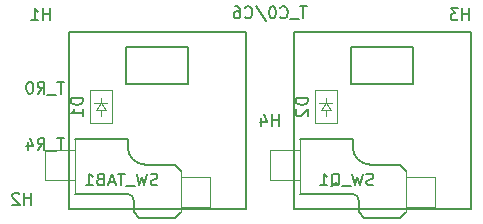
<source format=gbr>
G04 #@! TF.GenerationSoftware,KiCad,Pcbnew,8.0.5*
G04 #@! TF.CreationDate,2024-09-18T07:36:17+09:00*
G04 #@! TF.ProjectId,SandyLP_Middle_Isolated_Area,53616e64-794c-4505-9f4d-6964646c655f,v.0*
G04 #@! TF.SameCoordinates,Original*
G04 #@! TF.FileFunction,AssemblyDrawing,Bot*
%FSLAX46Y46*%
G04 Gerber Fmt 4.6, Leading zero omitted, Abs format (unit mm)*
G04 Created by KiCad (PCBNEW 8.0.5) date 2024-09-18 07:36:17*
%MOMM*%
%LPD*%
G01*
G04 APERTURE LIST*
%ADD10C,0.150000*%
%ADD11C,0.120000*%
%ADD12C,0.100000*%
G04 APERTURE END LIST*
D10*
X40132244Y-55032480D02*
X39989387Y-55080099D01*
X39989387Y-55080099D02*
X39751292Y-55080099D01*
X39751292Y-55080099D02*
X39656054Y-55032480D01*
X39656054Y-55032480D02*
X39608435Y-54984860D01*
X39608435Y-54984860D02*
X39560816Y-54889622D01*
X39560816Y-54889622D02*
X39560816Y-54794384D01*
X39560816Y-54794384D02*
X39608435Y-54699146D01*
X39608435Y-54699146D02*
X39656054Y-54651527D01*
X39656054Y-54651527D02*
X39751292Y-54603908D01*
X39751292Y-54603908D02*
X39941768Y-54556289D01*
X39941768Y-54556289D02*
X40037006Y-54508670D01*
X40037006Y-54508670D02*
X40084625Y-54461051D01*
X40084625Y-54461051D02*
X40132244Y-54365813D01*
X40132244Y-54365813D02*
X40132244Y-54270575D01*
X40132244Y-54270575D02*
X40084625Y-54175337D01*
X40084625Y-54175337D02*
X40037006Y-54127718D01*
X40037006Y-54127718D02*
X39941768Y-54080099D01*
X39941768Y-54080099D02*
X39703673Y-54080099D01*
X39703673Y-54080099D02*
X39560816Y-54127718D01*
X39227482Y-54080099D02*
X38989387Y-55080099D01*
X38989387Y-55080099D02*
X38798911Y-54365813D01*
X38798911Y-54365813D02*
X38608435Y-55080099D01*
X38608435Y-55080099D02*
X38370340Y-54080099D01*
X38227483Y-55175337D02*
X37465578Y-55175337D01*
X37370339Y-54080099D02*
X36798911Y-54080099D01*
X37084625Y-55080099D02*
X37084625Y-54080099D01*
X36513196Y-54794384D02*
X36037006Y-54794384D01*
X36608434Y-55080099D02*
X36275101Y-54080099D01*
X36275101Y-54080099D02*
X35941768Y-55080099D01*
X35275101Y-54556289D02*
X35132244Y-54603908D01*
X35132244Y-54603908D02*
X35084625Y-54651527D01*
X35084625Y-54651527D02*
X35037006Y-54746765D01*
X35037006Y-54746765D02*
X35037006Y-54889622D01*
X35037006Y-54889622D02*
X35084625Y-54984860D01*
X35084625Y-54984860D02*
X35132244Y-55032480D01*
X35132244Y-55032480D02*
X35227482Y-55080099D01*
X35227482Y-55080099D02*
X35608434Y-55080099D01*
X35608434Y-55080099D02*
X35608434Y-54080099D01*
X35608434Y-54080099D02*
X35275101Y-54080099D01*
X35275101Y-54080099D02*
X35179863Y-54127718D01*
X35179863Y-54127718D02*
X35132244Y-54175337D01*
X35132244Y-54175337D02*
X35084625Y-54270575D01*
X35084625Y-54270575D02*
X35084625Y-54365813D01*
X35084625Y-54365813D02*
X35132244Y-54461051D01*
X35132244Y-54461051D02*
X35179863Y-54508670D01*
X35179863Y-54508670D02*
X35275101Y-54556289D01*
X35275101Y-54556289D02*
X35608434Y-54556289D01*
X34084625Y-55080099D02*
X34656053Y-55080099D01*
X34370339Y-55080099D02*
X34370339Y-54080099D01*
X34370339Y-54080099D02*
X34465577Y-54222956D01*
X34465577Y-54222956D02*
X34560815Y-54318194D01*
X34560815Y-54318194D02*
X34656053Y-54365813D01*
X58396529Y-55032480D02*
X58253672Y-55080099D01*
X58253672Y-55080099D02*
X58015577Y-55080099D01*
X58015577Y-55080099D02*
X57920339Y-55032480D01*
X57920339Y-55032480D02*
X57872720Y-54984860D01*
X57872720Y-54984860D02*
X57825101Y-54889622D01*
X57825101Y-54889622D02*
X57825101Y-54794384D01*
X57825101Y-54794384D02*
X57872720Y-54699146D01*
X57872720Y-54699146D02*
X57920339Y-54651527D01*
X57920339Y-54651527D02*
X58015577Y-54603908D01*
X58015577Y-54603908D02*
X58206053Y-54556289D01*
X58206053Y-54556289D02*
X58301291Y-54508670D01*
X58301291Y-54508670D02*
X58348910Y-54461051D01*
X58348910Y-54461051D02*
X58396529Y-54365813D01*
X58396529Y-54365813D02*
X58396529Y-54270575D01*
X58396529Y-54270575D02*
X58348910Y-54175337D01*
X58348910Y-54175337D02*
X58301291Y-54127718D01*
X58301291Y-54127718D02*
X58206053Y-54080099D01*
X58206053Y-54080099D02*
X57967958Y-54080099D01*
X57967958Y-54080099D02*
X57825101Y-54127718D01*
X57491767Y-54080099D02*
X57253672Y-55080099D01*
X57253672Y-55080099D02*
X57063196Y-54365813D01*
X57063196Y-54365813D02*
X56872720Y-55080099D01*
X56872720Y-55080099D02*
X56634625Y-54080099D01*
X56491768Y-55175337D02*
X55729863Y-55175337D01*
X54825101Y-55175337D02*
X54920339Y-55127718D01*
X54920339Y-55127718D02*
X55015577Y-55032480D01*
X55015577Y-55032480D02*
X55158434Y-54889622D01*
X55158434Y-54889622D02*
X55253672Y-54842003D01*
X55253672Y-54842003D02*
X55348910Y-54842003D01*
X55301291Y-55080099D02*
X55396529Y-55032480D01*
X55396529Y-55032480D02*
X55491767Y-54937241D01*
X55491767Y-54937241D02*
X55539386Y-54746765D01*
X55539386Y-54746765D02*
X55539386Y-54413432D01*
X55539386Y-54413432D02*
X55491767Y-54222956D01*
X55491767Y-54222956D02*
X55396529Y-54127718D01*
X55396529Y-54127718D02*
X55301291Y-54080099D01*
X55301291Y-54080099D02*
X55110815Y-54080099D01*
X55110815Y-54080099D02*
X55015577Y-54127718D01*
X55015577Y-54127718D02*
X54920339Y-54222956D01*
X54920339Y-54222956D02*
X54872720Y-54413432D01*
X54872720Y-54413432D02*
X54872720Y-54746765D01*
X54872720Y-54746765D02*
X54920339Y-54937241D01*
X54920339Y-54937241D02*
X55015577Y-55032480D01*
X55015577Y-55032480D02*
X55110815Y-55080099D01*
X55110815Y-55080099D02*
X55301291Y-55080099D01*
X53920339Y-55080099D02*
X54491767Y-55080099D01*
X54206053Y-55080099D02*
X54206053Y-54080099D01*
X54206053Y-54080099D02*
X54301291Y-54222956D01*
X54301291Y-54222956D02*
X54396529Y-54318194D01*
X54396529Y-54318194D02*
X54491767Y-54365813D01*
X50395339Y-50080099D02*
X50395339Y-49080099D01*
X50395339Y-49556289D02*
X49823911Y-49556289D01*
X49823911Y-50080099D02*
X49823911Y-49080099D01*
X48919149Y-49413432D02*
X48919149Y-50080099D01*
X49157244Y-49032480D02*
X49395339Y-49746765D01*
X49395339Y-49746765D02*
X48776292Y-49746765D01*
X33800754Y-47696560D02*
X32800754Y-47696560D01*
X32800754Y-47696560D02*
X32800754Y-47934655D01*
X32800754Y-47934655D02*
X32848373Y-48077512D01*
X32848373Y-48077512D02*
X32943611Y-48172750D01*
X32943611Y-48172750D02*
X33038849Y-48220369D01*
X33038849Y-48220369D02*
X33229325Y-48267988D01*
X33229325Y-48267988D02*
X33372182Y-48267988D01*
X33372182Y-48267988D02*
X33562658Y-48220369D01*
X33562658Y-48220369D02*
X33657896Y-48172750D01*
X33657896Y-48172750D02*
X33753135Y-48077512D01*
X33753135Y-48077512D02*
X33800754Y-47934655D01*
X33800754Y-47934655D02*
X33800754Y-47696560D01*
X33800754Y-49220369D02*
X33800754Y-48648941D01*
X33800754Y-48934655D02*
X32800754Y-48934655D01*
X32800754Y-48934655D02*
X32943611Y-48839417D01*
X32943611Y-48839417D02*
X33038849Y-48744179D01*
X33038849Y-48744179D02*
X33086468Y-48648941D01*
X52776291Y-39936349D02*
X52204863Y-39936349D01*
X52490577Y-40936349D02*
X52490577Y-39936349D01*
X52109625Y-41031587D02*
X51347720Y-41031587D01*
X50538196Y-40841110D02*
X50585815Y-40888730D01*
X50585815Y-40888730D02*
X50728672Y-40936349D01*
X50728672Y-40936349D02*
X50823910Y-40936349D01*
X50823910Y-40936349D02*
X50966767Y-40888730D01*
X50966767Y-40888730D02*
X51062005Y-40793491D01*
X51062005Y-40793491D02*
X51109624Y-40698253D01*
X51109624Y-40698253D02*
X51157243Y-40507777D01*
X51157243Y-40507777D02*
X51157243Y-40364920D01*
X51157243Y-40364920D02*
X51109624Y-40174444D01*
X51109624Y-40174444D02*
X51062005Y-40079206D01*
X51062005Y-40079206D02*
X50966767Y-39983968D01*
X50966767Y-39983968D02*
X50823910Y-39936349D01*
X50823910Y-39936349D02*
X50728672Y-39936349D01*
X50728672Y-39936349D02*
X50585815Y-39983968D01*
X50585815Y-39983968D02*
X50538196Y-40031587D01*
X49919148Y-39936349D02*
X49823910Y-39936349D01*
X49823910Y-39936349D02*
X49728672Y-39983968D01*
X49728672Y-39983968D02*
X49681053Y-40031587D01*
X49681053Y-40031587D02*
X49633434Y-40126825D01*
X49633434Y-40126825D02*
X49585815Y-40317301D01*
X49585815Y-40317301D02*
X49585815Y-40555396D01*
X49585815Y-40555396D02*
X49633434Y-40745872D01*
X49633434Y-40745872D02*
X49681053Y-40841110D01*
X49681053Y-40841110D02*
X49728672Y-40888730D01*
X49728672Y-40888730D02*
X49823910Y-40936349D01*
X49823910Y-40936349D02*
X49919148Y-40936349D01*
X49919148Y-40936349D02*
X50014386Y-40888730D01*
X50014386Y-40888730D02*
X50062005Y-40841110D01*
X50062005Y-40841110D02*
X50109624Y-40745872D01*
X50109624Y-40745872D02*
X50157243Y-40555396D01*
X50157243Y-40555396D02*
X50157243Y-40317301D01*
X50157243Y-40317301D02*
X50109624Y-40126825D01*
X50109624Y-40126825D02*
X50062005Y-40031587D01*
X50062005Y-40031587D02*
X50014386Y-39983968D01*
X50014386Y-39983968D02*
X49919148Y-39936349D01*
X48442958Y-39888730D02*
X49300100Y-41174444D01*
X47538196Y-40841110D02*
X47585815Y-40888730D01*
X47585815Y-40888730D02*
X47728672Y-40936349D01*
X47728672Y-40936349D02*
X47823910Y-40936349D01*
X47823910Y-40936349D02*
X47966767Y-40888730D01*
X47966767Y-40888730D02*
X48062005Y-40793491D01*
X48062005Y-40793491D02*
X48109624Y-40698253D01*
X48109624Y-40698253D02*
X48157243Y-40507777D01*
X48157243Y-40507777D02*
X48157243Y-40364920D01*
X48157243Y-40364920D02*
X48109624Y-40174444D01*
X48109624Y-40174444D02*
X48062005Y-40079206D01*
X48062005Y-40079206D02*
X47966767Y-39983968D01*
X47966767Y-39983968D02*
X47823910Y-39936349D01*
X47823910Y-39936349D02*
X47728672Y-39936349D01*
X47728672Y-39936349D02*
X47585815Y-39983968D01*
X47585815Y-39983968D02*
X47538196Y-40031587D01*
X46681053Y-39936349D02*
X46871529Y-39936349D01*
X46871529Y-39936349D02*
X46966767Y-39983968D01*
X46966767Y-39983968D02*
X47014386Y-40031587D01*
X47014386Y-40031587D02*
X47109624Y-40174444D01*
X47109624Y-40174444D02*
X47157243Y-40364920D01*
X47157243Y-40364920D02*
X47157243Y-40745872D01*
X47157243Y-40745872D02*
X47109624Y-40841110D01*
X47109624Y-40841110D02*
X47062005Y-40888730D01*
X47062005Y-40888730D02*
X46966767Y-40936349D01*
X46966767Y-40936349D02*
X46776291Y-40936349D01*
X46776291Y-40936349D02*
X46681053Y-40888730D01*
X46681053Y-40888730D02*
X46633434Y-40841110D01*
X46633434Y-40841110D02*
X46585815Y-40745872D01*
X46585815Y-40745872D02*
X46585815Y-40507777D01*
X46585815Y-40507777D02*
X46633434Y-40412539D01*
X46633434Y-40412539D02*
X46681053Y-40364920D01*
X46681053Y-40364920D02*
X46776291Y-40317301D01*
X46776291Y-40317301D02*
X46966767Y-40317301D01*
X46966767Y-40317301D02*
X47062005Y-40364920D01*
X47062005Y-40364920D02*
X47109624Y-40412539D01*
X47109624Y-40412539D02*
X47157243Y-40507777D01*
X29420339Y-56705099D02*
X29420339Y-55705099D01*
X29420339Y-56181289D02*
X28848911Y-56181289D01*
X28848911Y-56705099D02*
X28848911Y-55705099D01*
X28420339Y-55800337D02*
X28372720Y-55752718D01*
X28372720Y-55752718D02*
X28277482Y-55705099D01*
X28277482Y-55705099D02*
X28039387Y-55705099D01*
X28039387Y-55705099D02*
X27944149Y-55752718D01*
X27944149Y-55752718D02*
X27896530Y-55800337D01*
X27896530Y-55800337D02*
X27848911Y-55895575D01*
X27848911Y-55895575D02*
X27848911Y-55990813D01*
X27848911Y-55990813D02*
X27896530Y-56133670D01*
X27896530Y-56133670D02*
X28467958Y-56705099D01*
X28467958Y-56705099D02*
X27848911Y-56705099D01*
X66520339Y-41105099D02*
X66520339Y-40105099D01*
X66520339Y-40581289D02*
X65948911Y-40581289D01*
X65948911Y-41105099D02*
X65948911Y-40105099D01*
X65567958Y-40105099D02*
X64948911Y-40105099D01*
X64948911Y-40105099D02*
X65282244Y-40486051D01*
X65282244Y-40486051D02*
X65139387Y-40486051D01*
X65139387Y-40486051D02*
X65044149Y-40533670D01*
X65044149Y-40533670D02*
X64996530Y-40581289D01*
X64996530Y-40581289D02*
X64948911Y-40676527D01*
X64948911Y-40676527D02*
X64948911Y-40914622D01*
X64948911Y-40914622D02*
X64996530Y-41009860D01*
X64996530Y-41009860D02*
X65044149Y-41057480D01*
X65044149Y-41057480D02*
X65139387Y-41105099D01*
X65139387Y-41105099D02*
X65425101Y-41105099D01*
X65425101Y-41105099D02*
X65520339Y-41057480D01*
X65520339Y-41057480D02*
X65567958Y-41009860D01*
X31020339Y-41105099D02*
X31020339Y-40105099D01*
X31020339Y-40581289D02*
X30448911Y-40581289D01*
X30448911Y-41105099D02*
X30448911Y-40105099D01*
X29448911Y-41105099D02*
X30020339Y-41105099D01*
X29734625Y-41105099D02*
X29734625Y-40105099D01*
X29734625Y-40105099D02*
X29829863Y-40247956D01*
X29829863Y-40247956D02*
X29925101Y-40343194D01*
X29925101Y-40343194D02*
X30020339Y-40390813D01*
X32226291Y-46317599D02*
X31654863Y-46317599D01*
X31940577Y-47317599D02*
X31940577Y-46317599D01*
X31559625Y-47412837D02*
X30797720Y-47412837D01*
X29988196Y-47317599D02*
X30321529Y-46841408D01*
X30559624Y-47317599D02*
X30559624Y-46317599D01*
X30559624Y-46317599D02*
X30178672Y-46317599D01*
X30178672Y-46317599D02*
X30083434Y-46365218D01*
X30083434Y-46365218D02*
X30035815Y-46412837D01*
X30035815Y-46412837D02*
X29988196Y-46508075D01*
X29988196Y-46508075D02*
X29988196Y-46650932D01*
X29988196Y-46650932D02*
X30035815Y-46746170D01*
X30035815Y-46746170D02*
X30083434Y-46793789D01*
X30083434Y-46793789D02*
X30178672Y-46841408D01*
X30178672Y-46841408D02*
X30559624Y-46841408D01*
X29369148Y-46317599D02*
X29273910Y-46317599D01*
X29273910Y-46317599D02*
X29178672Y-46365218D01*
X29178672Y-46365218D02*
X29131053Y-46412837D01*
X29131053Y-46412837D02*
X29083434Y-46508075D01*
X29083434Y-46508075D02*
X29035815Y-46698551D01*
X29035815Y-46698551D02*
X29035815Y-46936646D01*
X29035815Y-46936646D02*
X29083434Y-47127122D01*
X29083434Y-47127122D02*
X29131053Y-47222360D01*
X29131053Y-47222360D02*
X29178672Y-47269980D01*
X29178672Y-47269980D02*
X29273910Y-47317599D01*
X29273910Y-47317599D02*
X29369148Y-47317599D01*
X29369148Y-47317599D02*
X29464386Y-47269980D01*
X29464386Y-47269980D02*
X29512005Y-47222360D01*
X29512005Y-47222360D02*
X29559624Y-47127122D01*
X29559624Y-47127122D02*
X29607243Y-46936646D01*
X29607243Y-46936646D02*
X29607243Y-46698551D01*
X29607243Y-46698551D02*
X29559624Y-46508075D01*
X29559624Y-46508075D02*
X29512005Y-46412837D01*
X29512005Y-46412837D02*
X29464386Y-46365218D01*
X29464386Y-46365218D02*
X29369148Y-46317599D01*
X52850754Y-47696560D02*
X51850754Y-47696560D01*
X51850754Y-47696560D02*
X51850754Y-47934655D01*
X51850754Y-47934655D02*
X51898373Y-48077512D01*
X51898373Y-48077512D02*
X51993611Y-48172750D01*
X51993611Y-48172750D02*
X52088849Y-48220369D01*
X52088849Y-48220369D02*
X52279325Y-48267988D01*
X52279325Y-48267988D02*
X52422182Y-48267988D01*
X52422182Y-48267988D02*
X52612658Y-48220369D01*
X52612658Y-48220369D02*
X52707896Y-48172750D01*
X52707896Y-48172750D02*
X52803135Y-48077512D01*
X52803135Y-48077512D02*
X52850754Y-47934655D01*
X52850754Y-47934655D02*
X52850754Y-47696560D01*
X51945992Y-48648941D02*
X51898373Y-48696560D01*
X51898373Y-48696560D02*
X51850754Y-48791798D01*
X51850754Y-48791798D02*
X51850754Y-49029893D01*
X51850754Y-49029893D02*
X51898373Y-49125131D01*
X51898373Y-49125131D02*
X51945992Y-49172750D01*
X51945992Y-49172750D02*
X52041230Y-49220369D01*
X52041230Y-49220369D02*
X52136468Y-49220369D01*
X52136468Y-49220369D02*
X52279325Y-49172750D01*
X52279325Y-49172750D02*
X52850754Y-48601322D01*
X52850754Y-48601322D02*
X52850754Y-49220369D01*
X32226291Y-51080099D02*
X31654863Y-51080099D01*
X31940577Y-52080099D02*
X31940577Y-51080099D01*
X31559625Y-52175337D02*
X30797720Y-52175337D01*
X29988196Y-52080099D02*
X30321529Y-51603908D01*
X30559624Y-52080099D02*
X30559624Y-51080099D01*
X30559624Y-51080099D02*
X30178672Y-51080099D01*
X30178672Y-51080099D02*
X30083434Y-51127718D01*
X30083434Y-51127718D02*
X30035815Y-51175337D01*
X30035815Y-51175337D02*
X29988196Y-51270575D01*
X29988196Y-51270575D02*
X29988196Y-51413432D01*
X29988196Y-51413432D02*
X30035815Y-51508670D01*
X30035815Y-51508670D02*
X30083434Y-51556289D01*
X30083434Y-51556289D02*
X30178672Y-51603908D01*
X30178672Y-51603908D02*
X30559624Y-51603908D01*
X29131053Y-51413432D02*
X29131053Y-52080099D01*
X29369148Y-51032480D02*
X29607243Y-51746765D01*
X29607243Y-51746765D02*
X28988196Y-51746765D01*
D11*
X30608435Y-52125280D02*
X33108435Y-52125280D01*
X30608435Y-54625280D02*
X30608435Y-52125280D01*
X33108435Y-51125280D02*
X33108435Y-55825280D01*
X33108435Y-54625280D02*
X30608435Y-54625280D01*
D10*
X33108435Y-55825280D02*
X37608435Y-55825280D01*
X37608435Y-51125280D02*
X33108435Y-51125280D01*
X37608435Y-51825280D02*
X37608435Y-51125280D01*
X38108435Y-56325280D02*
X38108435Y-57325280D01*
X38608435Y-57825280D02*
X38108435Y-57325280D01*
X41608435Y-53325280D02*
X39108435Y-53325280D01*
X41608435Y-57825280D02*
X38608435Y-57825280D01*
X42108435Y-53825280D02*
X41608435Y-53325280D01*
D11*
X42108435Y-53875280D02*
X42108435Y-57325280D01*
X42108435Y-54375280D02*
X44608435Y-54375280D01*
D10*
X42108435Y-57325280D02*
X41608435Y-57825280D01*
D11*
X44608435Y-54375280D02*
X44608435Y-56875280D01*
X44608435Y-56875280D02*
X42108435Y-56875280D01*
D10*
X37608435Y-55825280D02*
G75*
G02*
X38108435Y-56325280I-1J-500001D01*
G01*
X39108435Y-53325280D02*
G75*
G02*
X37608435Y-51825280I1J1500001D01*
G01*
D11*
X49658435Y-52125280D02*
X52158435Y-52125280D01*
X49658435Y-54625280D02*
X49658435Y-52125280D01*
X52158435Y-51125280D02*
X52158435Y-55825280D01*
X52158435Y-54625280D02*
X49658435Y-54625280D01*
D10*
X52158435Y-55825280D02*
X56658435Y-55825280D01*
X56658435Y-51125280D02*
X52158435Y-51125280D01*
X56658435Y-51825280D02*
X56658435Y-51125280D01*
X57158435Y-56325280D02*
X57158435Y-57325280D01*
X57658435Y-57825280D02*
X57158435Y-57325280D01*
X60658435Y-53325280D02*
X58158435Y-53325280D01*
X60658435Y-57825280D02*
X57658435Y-57825280D01*
X61158435Y-53825280D02*
X60658435Y-53325280D01*
D11*
X61158435Y-53875280D02*
X61158435Y-57325280D01*
X61158435Y-54375280D02*
X63658435Y-54375280D01*
D10*
X61158435Y-57325280D02*
X60658435Y-57825280D01*
D11*
X63658435Y-54375280D02*
X63658435Y-56875280D01*
X63658435Y-56875280D02*
X61158435Y-56875280D01*
D10*
X56658435Y-55825280D02*
G75*
G02*
X57158435Y-56325280I-1J-500001D01*
G01*
X58158435Y-53325280D02*
G75*
G02*
X56658435Y-51825280I1J1500001D01*
G01*
D12*
X34445935Y-47034655D02*
X36245935Y-47034655D01*
X34445935Y-49834655D02*
X34445935Y-47034655D01*
X34795935Y-48084655D02*
X35345935Y-48084655D01*
X34945935Y-48684655D02*
X35345935Y-48084655D01*
X35345935Y-48084655D02*
X35345935Y-47684655D01*
X35345935Y-48084655D02*
X35745935Y-48684655D01*
X35345935Y-49184655D02*
X35345935Y-48684655D01*
X35745935Y-48684655D02*
X34945935Y-48684655D01*
X35895935Y-48084655D02*
X35345935Y-48084655D01*
X36245935Y-47034655D02*
X36245935Y-49834655D01*
X36245935Y-49834655D02*
X34445935Y-49834655D01*
D10*
X51658435Y-42125280D02*
X66658435Y-42125280D01*
X51658435Y-57125280D02*
X51658435Y-42125280D01*
X56558435Y-43325280D02*
X56558435Y-46525280D01*
X56558435Y-46525280D02*
X61758435Y-46525280D01*
X61758435Y-43325280D02*
X56558435Y-43325280D01*
X61758435Y-43325280D02*
X61758435Y-46525280D01*
X66658435Y-42125280D02*
X66658435Y-57125280D01*
X66658435Y-57125280D02*
X51658435Y-57125280D01*
D12*
X53495935Y-47034655D02*
X55295935Y-47034655D01*
X53495935Y-49834655D02*
X53495935Y-47034655D01*
X53845935Y-48084655D02*
X54395935Y-48084655D01*
X53995935Y-48684655D02*
X54395935Y-48084655D01*
X54395935Y-48084655D02*
X54395935Y-47684655D01*
X54395935Y-48084655D02*
X54795935Y-48684655D01*
X54395935Y-49184655D02*
X54395935Y-48684655D01*
X54795935Y-48684655D02*
X53995935Y-48684655D01*
X54945935Y-48084655D02*
X54395935Y-48084655D01*
X55295935Y-47034655D02*
X55295935Y-49834655D01*
X55295935Y-49834655D02*
X53495935Y-49834655D01*
D10*
X32608435Y-42125280D02*
X47608435Y-42125280D01*
X32608435Y-57125280D02*
X32608435Y-42125280D01*
X37508435Y-43325280D02*
X37508435Y-46525280D01*
X37508435Y-46525280D02*
X42708435Y-46525280D01*
X42708435Y-43325280D02*
X37508435Y-43325280D01*
X42708435Y-43325280D02*
X42708435Y-46525280D01*
X47608435Y-42125280D02*
X47608435Y-57125280D01*
X47608435Y-57125280D02*
X32608435Y-57125280D01*
M02*

</source>
